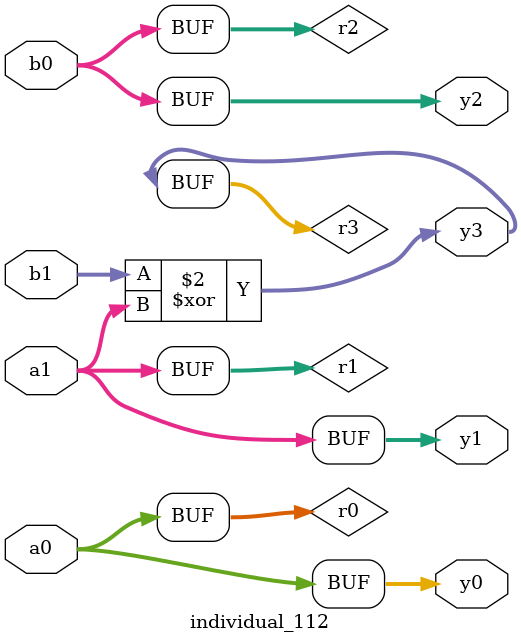
<source format=sv>
module individual_112(input logic [15:0] a1, input logic [15:0] a0, input logic [15:0] b1, input logic [15:0] b0, output logic [15:0] y3, output logic [15:0] y2, output logic [15:0] y1, output logic [15:0] y0);
logic [15:0] r0, r1, r2, r3; 
 always@(*) begin 
	 r0 = a0; r1 = a1; r2 = b0; r3 = b1; 
 	 r3  ^=  a1 ;
 	 y3 = r3; y2 = r2; y1 = r1; y0 = r0; 
end
endmodule
</source>
